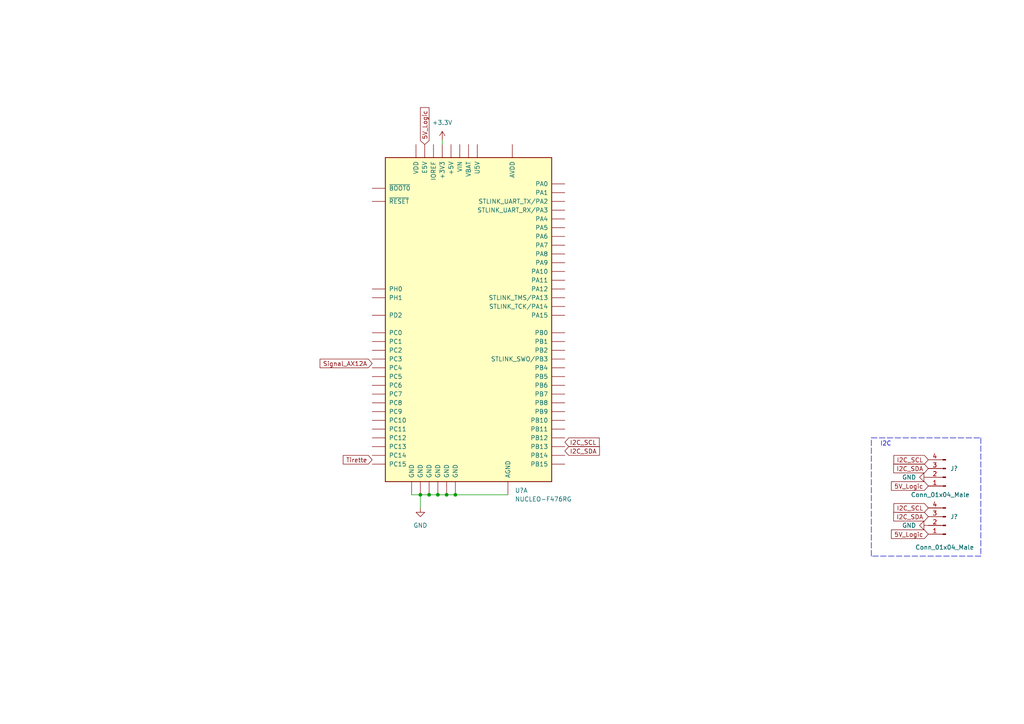
<source format=kicad_sch>
(kicad_sch (version 20211123) (generator eeschema)
  (paper "A4")
  (lib_symbols
    (symbol "Connector:Conn_01x04_Male" (pin_names (offset 1.016) hide)
      (property "Reference" "J" (at 0 5.08 0))
      (property "Value" "Conn_01x04_Male" (at 0 -7.62 0))
      (symbol "Conn_01x04_Male_1_1"
        (polyline (pts (xy 1.27 -5.08) (xy 0.8636 -5.08)) (stroke (width 0.1524)))
        (polyline (pts (xy 1.27 -2.54) (xy 0.8636 -2.54)) (stroke (width 0.1524)))
        (polyline (pts (xy 1.27 0) (xy 0.8636 0)) (stroke (width 0.1524)))
        (polyline (pts (xy 1.27 2.54) (xy 0.8636 2.54)) (stroke (width 0.1524)))
        (rectangle (start 0.8636 -4.953) (end 0 -5.207) (stroke (width 0.1524)) (fill (type outline)))
        (rectangle (start 0.8636 -2.413) (end 0 -2.667) (stroke (width 0.1524)) (fill (type outline)))
        (rectangle (start 0.8636 0.127) (end 0 -0.127) (stroke (width 0.1524)) (fill (type outline)))
        (rectangle (start 0.8636 2.667) (end 0 2.413) (stroke (width 0.1524)) (fill (type outline)))
        (pin passive line (at 5.08 2.54 180) (length 3.81) (name "Pin_1") (number "1"))
        (pin passive line (at 5.08 0 180) (length 3.81) (name "Pin_2") (number "2"))
        (pin passive line (at 5.08 -2.54 180) (length 3.81) (name "Pin_3") (number "3"))
        (pin passive line (at 5.08 -5.08 180) (length 3.81) (name "Pin_4") (number "4"))
      )
    )
    (symbol "NUCLEO:NUCLEO-F476RG" (pin_numbers hide) (pin_names (offset 1.016))
      (property "Reference" "U" (at -15.24 41.91 0))
      (property "Value" "NUCLEO-F476RG" (at -15.24 -44.45 0))
      (symbol "NUCLEO-F476RG_0_1"
        (rectangle (start -22.86 -48.26) (end 25.4 45.72) (stroke (width 0.254)) (fill (type background)))
      )
      (symbol "NUCLEO-F476RG_1_1"
        (pin bidirectional line (at -26.67 -30.48 0) (length 3.81) (name "PC10") (number "1"))
        (pin no_connect line (at -26.67 17.78 0) (length 3.81) hide (name "NC") (number "10"))
        (pin no_connect line (at -26.67 12.7 0) (length 3.81) hide (name "NC") (number "11"))
        (pin power_in line (at -8.89 49.53 270) (length 3.81) (name "IOREF") (number "12"))
        (pin bidirectional line (at 29.21 5.08 180) (length 3.81) (name "STLINK_TMS/PA13") (number "13"))
        (pin input line (at -26.67 33.02 0) (length 3.81) (name "~{RESET}") (number "14"))
        (pin bidirectional line (at 29.21 2.54 180) (length 3.81) (name "STLINK_TCK/PA14") (number "15"))
        (pin power_in line (at -6.35 49.53 270) (length 3.81) (name "+3V3") (number "16"))
        (pin bidirectional line (at 29.21 0 180) (length 3.81) (name "PA15") (number "17"))
        (pin power_in line (at -3.81 49.53 270) (length 3.81) (name "+5V") (number "18"))
        (pin power_in line (at -12.7 -52.07 90) (length 3.81) (name "GND") (number "19"))
        (pin bidirectional line (at -26.67 -33.02 0) (length 3.81) (name "PC11") (number "2"))
        (pin power_in line (at -10.16 -52.07 90) (length 3.81) (name "GND") (number "20"))
        (pin bidirectional line (at 29.21 -22.86 180) (length 3.81) (name "PB7") (number "21"))
        (pin power_in line (at -7.62 -52.07 90) (length 3.81) (name "GND") (number "22"))
        (pin bidirectional line (at -26.67 -38.1 0) (length 3.81) (name "PC13") (number "23"))
        (pin power_in line (at -1.27 49.53 270) (length 3.81) (name "VIN") (number "24"))
        (pin bidirectional line (at -26.67 -40.64 0) (length 3.81) (name "PC14") (number "25"))
        (pin no_connect line (at -26.67 20.32 0) (length 3.81) hide (name "NC") (number "26"))
        (pin bidirectional line (at -26.67 -43.18 0) (length 3.81) (name "PC15") (number "27"))
        (pin bidirectional line (at 29.21 38.1 180) (length 3.81) (name "PA0") (number "28"))
        (pin bidirectional line (at -26.67 7.62 0) (length 3.81) (name "PH0") (number "29"))
        (pin bidirectional line (at -26.67 -35.56 0) (length 3.81) (name "PC12") (number "3"))
        (pin bidirectional line (at 29.21 35.56 180) (length 3.81) (name "PA1") (number "30"))
        (pin bidirectional line (at -26.67 5.08 0) (length 3.81) (name "PH1") (number "31"))
        (pin bidirectional line (at 29.21 27.94 180) (length 3.81) (name "PA4") (number "32"))
        (pin power_in line (at 1.27 49.53 270) (length 3.81) (name "VBAT") (number "33"))
        (pin bidirectional line (at 29.21 -5.08 180) (length 3.81) (name "PB0") (number "34"))
        (pin bidirectional line (at -26.67 -10.16 0) (length 3.81) (name "PC2") (number "35"))
        (pin bidirectional line (at -26.67 -7.62 0) (length 3.81) (name "PC1") (number "36"))
        (pin bidirectional line (at -26.67 -12.7 0) (length 3.81) (name "PC3") (number "37"))
        (pin bidirectional line (at -26.67 -5.08 0) (length 3.81) (name "PC0") (number "38"))
        (pin bidirectional line (at -26.67 -27.94 0) (length 3.81) (name "PC9") (number "39"))
        (pin bidirectional line (at -26.67 0 0) (length 3.81) (name "PD2") (number "4"))
        (pin bidirectional line (at -26.67 -25.4 0) (length 3.81) (name "PC8") (number "40"))
        (pin bidirectional line (at 29.21 -25.4 180) (length 3.81) (name "PB8") (number "41"))
        (pin bidirectional line (at -26.67 -20.32 0) (length 3.81) (name "PC6") (number "42"))
        (pin bidirectional line (at 29.21 -27.94 180) (length 3.81) (name "PB9") (number "43"))
        (pin bidirectional line (at -26.67 -17.78 0) (length 3.81) (name "PC5") (number "44"))
        (pin power_in line (at 13.97 49.53 270) (length 3.81) (name "AVDD") (number "45"))
        (pin power_in line (at 3.81 49.53 270) (length 3.81) (name "U5V") (number "46"))
        (pin power_in line (at -5.08 -52.07 90) (length 3.81) (name "GND") (number "47"))
        (pin no_connect line (at -26.67 22.86 0) (length 3.81) hide (name "NC") (number "48"))
        (pin bidirectional line (at 29.21 25.4 180) (length 3.81) (name "PA5") (number "49"))
        (pin power_in line (at -13.97 49.53 270) (length 3.81) (name "VDD") (number "5"))
        (pin bidirectional line (at 29.21 7.62 180) (length 3.81) (name "PA12") (number "50"))
        (pin bidirectional line (at 29.21 22.86 180) (length 3.81) (name "PA6") (number "51"))
        (pin bidirectional line (at 29.21 10.16 180) (length 3.81) (name "PA11") (number "52"))
        (pin bidirectional line (at 29.21 20.32 180) (length 3.81) (name "PA7") (number "53"))
        (pin bidirectional line (at 29.21 -35.56 180) (length 3.81) (name "PB12") (number "54"))
        (pin bidirectional line (at 29.21 -20.32 180) (length 3.81) (name "PB6") (number "55"))
        (pin bidirectional line (at 29.21 -33.02 180) (length 3.81) (name "PB11") (number "56"))
        (pin bidirectional line (at -26.67 -22.86 0) (length 3.81) (name "PC7") (number "57"))
        (pin power_in line (at -2.54 -52.07 90) (length 3.81) (name "GND") (number "58"))
        (pin bidirectional line (at 29.21 15.24 180) (length 3.81) (name "PA9") (number "59"))
        (pin power_in line (at -11.43 49.53 270) (length 3.81) (name "E5V") (number "6"))
        (pin bidirectional line (at 29.21 -10.16 180) (length 3.81) (name "PB2") (number "60"))
        (pin bidirectional line (at 29.21 17.78 180) (length 3.81) (name "PA8") (number "61"))
        (pin bidirectional line (at 29.21 -7.62 180) (length 3.81) (name "PB1") (number "62"))
        (pin bidirectional line (at 29.21 -30.48 180) (length 3.81) (name "PB10") (number "63"))
        (pin bidirectional line (at 29.21 -43.18 180) (length 3.81) (name "PB15") (number "64"))
        (pin bidirectional line (at 29.21 -15.24 180) (length 3.81) (name "PB4") (number "65"))
        (pin bidirectional line (at 29.21 -40.64 180) (length 3.81) (name "PB14") (number "66"))
        (pin bidirectional line (at 29.21 -17.78 180) (length 3.81) (name "PB5") (number "67"))
        (pin bidirectional line (at 29.21 -38.1 180) (length 3.81) (name "PB13") (number "68"))
        (pin bidirectional line (at 29.21 -12.7 180) (length 3.81) (name "STLINK_SWO/PB3") (number "69"))
        (pin input line (at -26.67 36.83 0) (length 3.81) (name "~{BOOT0}") (number "7"))
        (pin power_in line (at 12.7 -52.07 90) (length 3.81) (name "AGND") (number "70"))
        (pin bidirectional line (at 29.21 12.7 180) (length 3.81) (name "PA10") (number "71"))
        (pin bidirectional line (at -26.67 -15.24 0) (length 3.81) (name "PC4") (number "72"))
        (pin bidirectional line (at 29.21 33.02 180) (length 3.81) (name "STLINK_UART_TX/PA2") (number "73"))
        (pin no_connect line (at -26.67 27.94 0) (length 3.81) hide (name "NC") (number "74"))
        (pin bidirectional line (at 29.21 30.48 180) (length 3.81) (name "STLINK_UART_RX/PA3") (number "75"))
        (pin no_connect line (at -26.67 25.4 0) (length 3.81) hide (name "NC") (number "76"))
        (pin power_in line (at -15.24 -52.07 90) (length 3.81) (name "GND") (number "8"))
        (pin no_connect line (at -26.67 15.24 0) (length 3.81) hide (name "NC") (number "9"))
      )
      (symbol "NUCLEO-F476RG_2_0"
        (rectangle (start -12.7 -40.64) (end 12.7 38.1) (stroke (width 0.254)) (fill (type background)))
        (pin bidirectional line (at 17.78 15.24 180) (length 5.08) (name "PC9") (number "CN10_1"))
        (pin bidirectional line (at -17.78 22.86 0) (length 5.08) (name "PA5") (number "CN10_11"))
        (pin bidirectional line (at -17.78 5.08 0) (length 5.08) (name "PA12") (number "CN10_12"))
        (pin bidirectional line (at -17.78 20.32 0) (length 5.08) (name "PA6") (number "CN10_13"))
        (pin bidirectional line (at -17.78 7.62 0) (length 5.08) (name "PA11") (number "CN10_14"))
        (pin bidirectional line (at -17.78 17.78 0) (length 5.08) (name "PA7") (number "CN10_15"))
        (pin bidirectional line (at -17.78 -22.86 0) (length 5.08) (name "PB12") (number "CN10_16"))
        (pin bidirectional line (at -17.78 -12.7 0) (length 5.08) (name "PB6") (number "CN10_17"))
        (pin bidirectional line (at 17.78 20.32 180) (length 5.08) (name "PC7") (number "CN10_19"))
        (pin bidirectional line (at 17.78 17.78 180) (length 5.08) (name "PC8") (number "CN10_2"))
        (pin power_in line (at 17.78 -38.1 180) (length 5.08) (name "GND_S2") (number "CN10_20"))
        (pin bidirectional line (at -17.78 12.7 0) (length 5.08) (name "PA9") (number "CN10_21"))
        (pin bidirectional line (at -17.78 -2.54 0) (length 5.08) (name "PB2") (number "CN10_22"))
        (pin bidirectional line (at -17.78 15.24 0) (length 5.08) (name "PA8") (number "CN10_23"))
        (pin bidirectional line (at -17.78 0 0) (length 5.08) (name "PB1") (number "CN10_24"))
        (pin bidirectional line (at -17.78 -20.32 0) (length 5.08) (name "PB10") (number "CN10_25"))
        (pin bidirectional line (at -17.78 -30.48 0) (length 5.08) (name "PB15") (number "CN10_26"))
        (pin bidirectional line (at -17.78 -7.62 0) (length 5.08) (name "PB4") (number "CN10_27"))
        (pin bidirectional line (at -17.78 -27.94 0) (length 5.08) (name "PB14") (number "CN10_28"))
        (pin bidirectional line (at -17.78 -10.16 0) (length 5.08) (name "PB5") (number "CN10_29"))
        (pin bidirectional line (at -17.78 -15.24 0) (length 5.08) (name "PB8") (number "CN10_3"))
        (pin bidirectional line (at -17.78 -25.4 0) (length 5.08) (name "PB13") (number "CN10_30"))
        (pin bidirectional line (at -17.78 -5.08 0) (length 5.08) (name "PB3") (number "CN10_31"))
        (pin power_in line (at 17.78 -35.56 180) (length 5.08) (name "AGND") (number "CN10_32"))
        (pin bidirectional line (at -17.78 10.16 0) (length 5.08) (name "PA10") (number "CN10_33"))
        (pin bidirectional line (at 17.78 27.94 180) (length 5.08) (name "PC4") (number "CN10_34"))
        (pin bidirectional line (at -17.78 27.94 0) (length 5.08) (name "PA2") (number "CN10_35"))
        (pin bidirectional line (at -17.78 25.4 0) (length 5.08) (name "PA3") (number "CN10_37"))
        (pin bidirectional line (at 17.78 22.86 180) (length 5.08) (name "PC6") (number "CN10_4"))
        (pin bidirectional line (at -17.78 -17.78 0) (length 5.08) (name "PB9") (number "CN10_5"))
        (pin bidirectional line (at 17.78 25.4 180) (length 5.08) (name "PC5") (number "CN10_6"))
        (pin power_in line (at 17.78 35.56 180) (length 5.08) (name "AVDD") (number "CN10_7"))
        (pin power_in line (at 17.78 33.02 180) (length 5.08) (name "U5V") (number "CN10_8"))
        (pin power_in line (at 17.78 -38.1 180) (length 5.08) (name "GND_S2") (number "CN10_9"))
      )
      (symbol "NUCLEO-F476RG_3_0"
        (rectangle (start -10.16 -12.7) (end 10.16 10.16) (stroke (width 0.254)) (fill (type background)))
        (pin bidirectional line (at -15.24 -5.08 0) (length 5.08) (name "IOREF") (number "CN6_2"))
        (pin bidirectional line (at -15.24 -2.54 0) (length 5.08) (name "RESET") (number "CN6_3"))
        (pin power_in line (at 15.24 2.54 180) (length 5.08) (name "+3V3") (number "CN6_4"))
        (pin power_in line (at 15.24 5.08 180) (length 5.08) (name "+5V") (number "CN6_5"))
        (pin power_in line (at 15.24 -10.16 180) (length 5.08) (name "GND") (number "CN6_6"))
        (pin power_in line (at 15.24 -10.16 180) (length 5.08) (name "GND") (number "CN6_7"))
        (pin power_in line (at 15.24 7.62 180) (length 5.08) (name "VIN") (number "CN6_8"))
      )
      (symbol "NUCLEO-F476RG_4_0"
        (rectangle (start -5.08 -12.7) (end 5.08 12.7) (stroke (width 0.254)) (fill (type background)))
        (pin input line (at -10.16 10.16 0) (length 5.08) (name "D0") (number "CN9_1"))
        (pin output line (at -10.16 7.62 0) (length 5.08) (name "D1") (number "CN9_2"))
        (pin bidirectional line (at -10.16 2.54 0) (length 5.08) (name "D2") (number "CN9_3"))
        (pin bidirectional line (at -10.16 0 0) (length 5.08) (name "D3") (number "CN9_4"))
        (pin bidirectional line (at -10.16 -2.54 0) (length 5.08) (name "D4") (number "CN9_5"))
        (pin bidirectional line (at -10.16 -5.08 0) (length 5.08) (name "D5") (number "CN9_6"))
        (pin bidirectional line (at -10.16 -7.62 0) (length 5.08) (name "D6") (number "CN9_7"))
        (pin bidirectional line (at -10.16 -10.16 0) (length 5.08) (name "D7") (number "CN9_8"))
      )
      (symbol "NUCLEO-F476RG_5_0"
        (rectangle (start -5.08 -10.16) (end 5.08 7.62) (stroke (width 0.254)) (fill (type background)))
        (pin input line (at -10.16 5.08 0) (length 5.08) (name "A0") (number "CN8_1"))
        (pin input line (at -10.16 2.54 0) (length 5.08) (name "A1") (number "CN8_2"))
        (pin input line (at -10.16 0 0) (length 5.08) (name "A2") (number "CN8_3"))
        (pin input line (at -10.16 -2.54 0) (length 5.08) (name "A3") (number "CN8_4"))
        (pin input line (at -10.16 -5.08 0) (length 5.08) (name "A4") (number "CN8_5"))
        (pin input line (at -10.16 -7.62 0) (length 5.08) (name "A5") (number "CN8_6"))
      )
      (symbol "NUCLEO-F476RG_6_0"
        (rectangle (start -10.16 -17.78) (end 10.16 15.24) (stroke (width 0.254)) (fill (type background)))
        (pin bidirectional line (at -15.24 7.62 0) (length 5.08) (name "D8") (number "CN5_1"))
        (pin bidirectional clock (at -15.24 -10.16 0) (length 5.08) (name "D15") (number "CN5_10"))
        (pin bidirectional line (at -15.24 5.08 0) (length 5.08) (name "D9") (number "CN5_2"))
        (pin bidirectional line (at -15.24 2.54 0) (length 5.08) (name "D10") (number "CN5_3"))
        (pin bidirectional line (at -15.24 0 0) (length 5.08) (name "D11") (number "CN5_4"))
        (pin bidirectional line (at -15.24 -2.54 0) (length 5.08) (name "D12") (number "CN5_5"))
        (pin bidirectional clock (at -15.24 -5.08 0) (length 5.08) (name "D13") (number "CN5_6"))
        (pin power_in line (at 15.24 -15.24 180) (length 5.08) (name "GND_S6") (number "CN5_7"))
        (pin power_in line (at 15.24 12.7 180) (length 5.08) (name "AREF") (number "CN5_8"))
        (pin bidirectional line (at -15.24 -7.62 0) (length 5.08) (name "D14") (number "CN5_9"))
      )
    )
    (symbol "power:+3.3V" (power) (pin_names (offset 0))
      (property "Value" "+3.3V" (at 0 3.556 0))
      (symbol "+3.3V_0_1"
        (polyline (pts (xy -0.762 1.27) (xy 0 2.54)))
        (polyline (pts (xy 0 0) (xy 0 2.54)))
        (polyline (pts (xy 0 2.54) (xy 0.762 1.27)))
      )
      (symbol "+3.3V_1_1"
        (pin power_in line (at 0 0 90) (length 0) hide (name "+3.3V") (number "1"))
      )
    )
    (symbol "power:GND" (power) (pin_names (offset 0))
      (property "Value" "GND" (at 0 -3.81 0))
      (symbol "GND_0_1"
        (polyline (pts (xy 0 0) (xy 0 -1.27) (xy 1.27 -1.27) (xy 0 -2.54) (xy -1.27 -1.27) (xy 0 -1.27)))
      )
      (symbol "GND_1_1"
        (pin power_in line (at 0 0 270) (length 0) hide (name "GND") (number "1"))
      )
    )
  )
  (junction (at 124.46 143.51))
  (junction (at 127 143.51))
  (junction (at 121.92 143.51))
  (junction (at 129.54 143.51))
  (junction (at 132.08 143.51))
  (wire (pts (xy 121.92 143.51) (xy 124.46 143.51)))
  (wire (pts (xy 132.08 143.51) (xy 147.32 143.51)))
  (polyline (pts (xy 252.73 127) (xy 284.48 127)))
  (polyline (pts (xy 284.48 127) (xy 284.48 161.29)))
  (wire (pts (xy 129.54 143.51) (xy 132.08 143.51)))
  (polyline (pts (xy 252.73 161.29) (xy 252.73 127)))
  (wire (pts (xy 128.27 40.64) (xy 128.27 41.91)))
  (polyline (pts (xy 284.48 161.29) (xy 252.73 161.29)))
  (wire (pts (xy 124.46 143.51) (xy 127 143.51)))
  (wire (pts (xy 127 143.51) (xy 129.54 143.51)))
  (wire (pts (xy 121.92 143.51) (xy 121.92 147.32)))
  (wire (pts (xy 119.38 143.51) (xy 121.92 143.51)))
  (text "I2C" (at 255.27 129.54 0) (effects (font (size 1.27 1.27)) (justify left bottom)))
  (global_label "Signal_AX12A" (shape input) (at 107.95 105.41 180) (property "Références Inter-Feuilles" "${INTERSHEET_REFS}" (effects hide)))
  (global_label "I2C_SDA" (shape input) (at 269.24 149.86 180) (property "Références Inter-Feuilles" "${INTERSHEET_REFS}" (effects hide)))
  (global_label "5V_Logic" (shape input) (at 269.24 140.97 180) (property "Références Inter-Feuilles" "${INTERSHEET_REFS}" (effects hide)))
  (global_label "I2C_SCL" (shape input) (at 269.24 147.32 180) (property "Références Inter-Feuilles" "${INTERSHEET_REFS}" (effects hide)))
  (global_label "Tirette" (shape input) (at 107.95 133.35 180) (property "Références Inter-Feuilles" "${INTERSHEET_REFS}" (effects hide)))
  (global_label "5V_Logic" (shape input) (at 269.24 154.94 180) (property "Références Inter-Feuilles" "${INTERSHEET_REFS}" (effects hide)))
  (global_label "I2C_SCL" (shape input) (at 163.83 128.27 0) (property "Références Inter-Feuilles" "${INTERSHEET_REFS}" (effects hide)))
  (global_label "5V_Logic" (shape input) (at 123.19 41.91 90) (property "Références Inter-Feuilles" "${INTERSHEET_REFS}" (effects hide)))
  (global_label "I2C_SDA" (shape input) (at 163.83 130.81 0) (property "Références Inter-Feuilles" "${INTERSHEET_REFS}" (effects hide)))
  (global_label "I2C_SDA" (shape input) (at 269.24 135.89 180) (property "Références Inter-Feuilles" "${INTERSHEET_REFS}" (effects hide)))
  (global_label "I2C_SCL" (shape input) (at 269.24 133.35 180) (property "Références Inter-Feuilles" "${INTERSHEET_REFS}" (effects hide)))
  (symbol (lib_id "power:GND") (at 269.24 152.4 270) (unit 1)
    (property "Reference" "#PWR?" (effects hide))
    (property "Value" "GND" (at 261.62 152.4 90) (effects (justify left)))
  )
  (symbol (lib_id "power:GND") (at 121.92 147.32 0) (unit 1)
    (property "Reference" "#PWR?" (effects hide))
    (property "Value" "GND" (at 121.92 152.4 0))
  )
  (symbol (lib_id "power:GND") (at 269.24 138.43 270) (unit 1)
    (property "Reference" "#PWR?" (effects hide))
    (property "Value" "GND" (at 261.62 138.43 90) (effects (justify left)))
  )
  (symbol (lib_id "Connector:Conn_01x04_Male") (at 274.32 138.43 180) (unit 1)
    (property "Reference" "J?" (at 275.59 135.8899 0) (effects (justify right)))
    (property "Value" "Conn_01x04_Male" (at 264.16 143.51 0) (effects (justify right)))
  )
  (symbol (lib_id "power:+3.3V") (at 128.27 40.64 0) (unit 1)
    (property "Reference" "#PWR?" (effects hide))
    (property "Value" "+3.3V" (at 128.27 35.56 0))
  )
  (symbol (lib_id "NUCLEO:NUCLEO-F476RG") (at 134.62 91.44 0) (unit 1)
    (property "Reference" "U?" (at 149.3394 142.24 0) (effects (justify left)))
    (property "Value" "NUCLEO-F476RG" (at 149.3394 144.78 0) (effects (justify left)))
    (property "Footprint" "ST_NUCLEO-F476RG" (effects hide))
    (property "PARTREV" "13" (effects hide))
    (property "MAXIMUM_PACKAGE_HEIGHT" "N/A" (effects hide))
    (property "STANDARD" "Manufacturer Recommendations" (effects hide))
    (property "MANUFACTURER" "STMicroelectronics" (effects hide))
  )
  (symbol (lib_id "Connector:Conn_01x04_Male") (at 274.32 152.4 180) (unit 1)
    (property "Reference" "J?" (at 275.59 149.8599 0) (effects (justify right)))
    (property "Value" "Conn_01x04_Male" (at 265.43 158.75 0) (effects (justify right)))
  )
)
</source>
